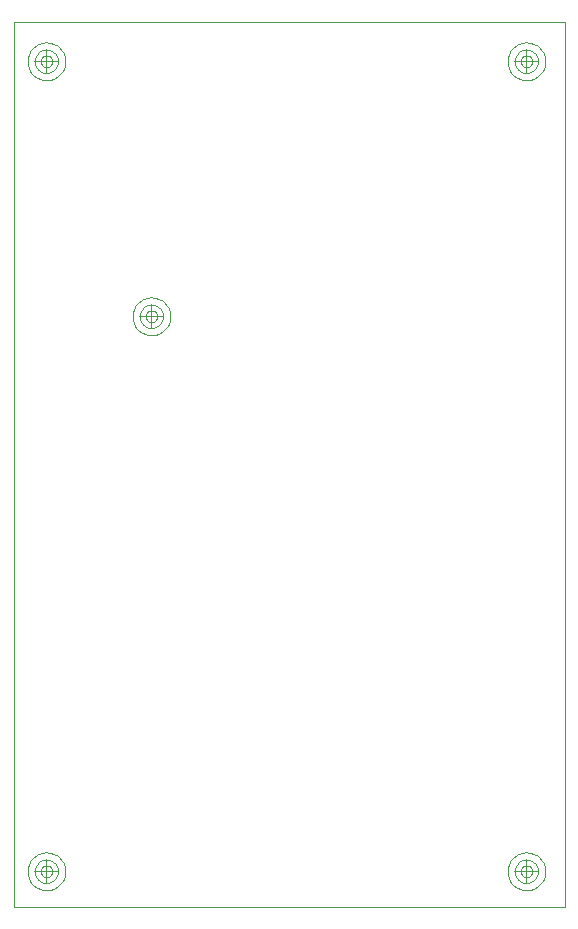
<source format=gko>
G75*
%MOIN*%
%OFA0B0*%
%FSLAX24Y24*%
%IPPOS*%
%LPD*%
%AMOC8*
5,1,8,0,0,1.08239X$1,22.5*
%
%ADD10C,0.0000*%
%ADD11C,0.0010*%
D10*
X000481Y000150D02*
X000481Y029646D01*
X018851Y029646D01*
X018851Y000150D01*
X000481Y000150D01*
X000941Y001335D02*
X000943Y001385D01*
X000949Y001435D01*
X000959Y001484D01*
X000973Y001532D01*
X000990Y001579D01*
X001011Y001624D01*
X001036Y001668D01*
X001064Y001709D01*
X001096Y001748D01*
X001130Y001785D01*
X001167Y001819D01*
X001207Y001849D01*
X001249Y001876D01*
X001293Y001900D01*
X001339Y001921D01*
X001386Y001937D01*
X001434Y001950D01*
X001484Y001959D01*
X001533Y001964D01*
X001584Y001965D01*
X001634Y001962D01*
X001683Y001955D01*
X001732Y001944D01*
X001780Y001929D01*
X001826Y001911D01*
X001871Y001889D01*
X001914Y001863D01*
X001955Y001834D01*
X001994Y001802D01*
X002030Y001767D01*
X002062Y001729D01*
X002092Y001689D01*
X002119Y001646D01*
X002142Y001602D01*
X002161Y001556D01*
X002177Y001508D01*
X002189Y001459D01*
X002197Y001410D01*
X002201Y001360D01*
X002201Y001310D01*
X002197Y001260D01*
X002189Y001211D01*
X002177Y001162D01*
X002161Y001114D01*
X002142Y001068D01*
X002119Y001024D01*
X002092Y000981D01*
X002062Y000941D01*
X002030Y000903D01*
X001994Y000868D01*
X001955Y000836D01*
X001914Y000807D01*
X001871Y000781D01*
X001826Y000759D01*
X001780Y000741D01*
X001732Y000726D01*
X001683Y000715D01*
X001634Y000708D01*
X001584Y000705D01*
X001533Y000706D01*
X001484Y000711D01*
X001434Y000720D01*
X001386Y000733D01*
X001339Y000749D01*
X001293Y000770D01*
X001249Y000794D01*
X001207Y000821D01*
X001167Y000851D01*
X001130Y000885D01*
X001096Y000922D01*
X001064Y000961D01*
X001036Y001002D01*
X001011Y001046D01*
X000990Y001091D01*
X000973Y001138D01*
X000959Y001186D01*
X000949Y001235D01*
X000943Y001285D01*
X000941Y001335D01*
X004441Y019835D02*
X004443Y019885D01*
X004449Y019935D01*
X004459Y019984D01*
X004473Y020032D01*
X004490Y020079D01*
X004511Y020124D01*
X004536Y020168D01*
X004564Y020209D01*
X004596Y020248D01*
X004630Y020285D01*
X004667Y020319D01*
X004707Y020349D01*
X004749Y020376D01*
X004793Y020400D01*
X004839Y020421D01*
X004886Y020437D01*
X004934Y020450D01*
X004984Y020459D01*
X005033Y020464D01*
X005084Y020465D01*
X005134Y020462D01*
X005183Y020455D01*
X005232Y020444D01*
X005280Y020429D01*
X005326Y020411D01*
X005371Y020389D01*
X005414Y020363D01*
X005455Y020334D01*
X005494Y020302D01*
X005530Y020267D01*
X005562Y020229D01*
X005592Y020189D01*
X005619Y020146D01*
X005642Y020102D01*
X005661Y020056D01*
X005677Y020008D01*
X005689Y019959D01*
X005697Y019910D01*
X005701Y019860D01*
X005701Y019810D01*
X005697Y019760D01*
X005689Y019711D01*
X005677Y019662D01*
X005661Y019614D01*
X005642Y019568D01*
X005619Y019524D01*
X005592Y019481D01*
X005562Y019441D01*
X005530Y019403D01*
X005494Y019368D01*
X005455Y019336D01*
X005414Y019307D01*
X005371Y019281D01*
X005326Y019259D01*
X005280Y019241D01*
X005232Y019226D01*
X005183Y019215D01*
X005134Y019208D01*
X005084Y019205D01*
X005033Y019206D01*
X004984Y019211D01*
X004934Y019220D01*
X004886Y019233D01*
X004839Y019249D01*
X004793Y019270D01*
X004749Y019294D01*
X004707Y019321D01*
X004667Y019351D01*
X004630Y019385D01*
X004596Y019422D01*
X004564Y019461D01*
X004536Y019502D01*
X004511Y019546D01*
X004490Y019591D01*
X004473Y019638D01*
X004459Y019686D01*
X004449Y019735D01*
X004443Y019785D01*
X004441Y019835D01*
X000941Y028335D02*
X000943Y028385D01*
X000949Y028435D01*
X000959Y028484D01*
X000973Y028532D01*
X000990Y028579D01*
X001011Y028624D01*
X001036Y028668D01*
X001064Y028709D01*
X001096Y028748D01*
X001130Y028785D01*
X001167Y028819D01*
X001207Y028849D01*
X001249Y028876D01*
X001293Y028900D01*
X001339Y028921D01*
X001386Y028937D01*
X001434Y028950D01*
X001484Y028959D01*
X001533Y028964D01*
X001584Y028965D01*
X001634Y028962D01*
X001683Y028955D01*
X001732Y028944D01*
X001780Y028929D01*
X001826Y028911D01*
X001871Y028889D01*
X001914Y028863D01*
X001955Y028834D01*
X001994Y028802D01*
X002030Y028767D01*
X002062Y028729D01*
X002092Y028689D01*
X002119Y028646D01*
X002142Y028602D01*
X002161Y028556D01*
X002177Y028508D01*
X002189Y028459D01*
X002197Y028410D01*
X002201Y028360D01*
X002201Y028310D01*
X002197Y028260D01*
X002189Y028211D01*
X002177Y028162D01*
X002161Y028114D01*
X002142Y028068D01*
X002119Y028024D01*
X002092Y027981D01*
X002062Y027941D01*
X002030Y027903D01*
X001994Y027868D01*
X001955Y027836D01*
X001914Y027807D01*
X001871Y027781D01*
X001826Y027759D01*
X001780Y027741D01*
X001732Y027726D01*
X001683Y027715D01*
X001634Y027708D01*
X001584Y027705D01*
X001533Y027706D01*
X001484Y027711D01*
X001434Y027720D01*
X001386Y027733D01*
X001339Y027749D01*
X001293Y027770D01*
X001249Y027794D01*
X001207Y027821D01*
X001167Y027851D01*
X001130Y027885D01*
X001096Y027922D01*
X001064Y027961D01*
X001036Y028002D01*
X001011Y028046D01*
X000990Y028091D01*
X000973Y028138D01*
X000959Y028186D01*
X000949Y028235D01*
X000943Y028285D01*
X000941Y028335D01*
X016941Y028335D02*
X016943Y028385D01*
X016949Y028435D01*
X016959Y028484D01*
X016973Y028532D01*
X016990Y028579D01*
X017011Y028624D01*
X017036Y028668D01*
X017064Y028709D01*
X017096Y028748D01*
X017130Y028785D01*
X017167Y028819D01*
X017207Y028849D01*
X017249Y028876D01*
X017293Y028900D01*
X017339Y028921D01*
X017386Y028937D01*
X017434Y028950D01*
X017484Y028959D01*
X017533Y028964D01*
X017584Y028965D01*
X017634Y028962D01*
X017683Y028955D01*
X017732Y028944D01*
X017780Y028929D01*
X017826Y028911D01*
X017871Y028889D01*
X017914Y028863D01*
X017955Y028834D01*
X017994Y028802D01*
X018030Y028767D01*
X018062Y028729D01*
X018092Y028689D01*
X018119Y028646D01*
X018142Y028602D01*
X018161Y028556D01*
X018177Y028508D01*
X018189Y028459D01*
X018197Y028410D01*
X018201Y028360D01*
X018201Y028310D01*
X018197Y028260D01*
X018189Y028211D01*
X018177Y028162D01*
X018161Y028114D01*
X018142Y028068D01*
X018119Y028024D01*
X018092Y027981D01*
X018062Y027941D01*
X018030Y027903D01*
X017994Y027868D01*
X017955Y027836D01*
X017914Y027807D01*
X017871Y027781D01*
X017826Y027759D01*
X017780Y027741D01*
X017732Y027726D01*
X017683Y027715D01*
X017634Y027708D01*
X017584Y027705D01*
X017533Y027706D01*
X017484Y027711D01*
X017434Y027720D01*
X017386Y027733D01*
X017339Y027749D01*
X017293Y027770D01*
X017249Y027794D01*
X017207Y027821D01*
X017167Y027851D01*
X017130Y027885D01*
X017096Y027922D01*
X017064Y027961D01*
X017036Y028002D01*
X017011Y028046D01*
X016990Y028091D01*
X016973Y028138D01*
X016959Y028186D01*
X016949Y028235D01*
X016943Y028285D01*
X016941Y028335D01*
X016941Y001335D02*
X016943Y001385D01*
X016949Y001435D01*
X016959Y001484D01*
X016973Y001532D01*
X016990Y001579D01*
X017011Y001624D01*
X017036Y001668D01*
X017064Y001709D01*
X017096Y001748D01*
X017130Y001785D01*
X017167Y001819D01*
X017207Y001849D01*
X017249Y001876D01*
X017293Y001900D01*
X017339Y001921D01*
X017386Y001937D01*
X017434Y001950D01*
X017484Y001959D01*
X017533Y001964D01*
X017584Y001965D01*
X017634Y001962D01*
X017683Y001955D01*
X017732Y001944D01*
X017780Y001929D01*
X017826Y001911D01*
X017871Y001889D01*
X017914Y001863D01*
X017955Y001834D01*
X017994Y001802D01*
X018030Y001767D01*
X018062Y001729D01*
X018092Y001689D01*
X018119Y001646D01*
X018142Y001602D01*
X018161Y001556D01*
X018177Y001508D01*
X018189Y001459D01*
X018197Y001410D01*
X018201Y001360D01*
X018201Y001310D01*
X018197Y001260D01*
X018189Y001211D01*
X018177Y001162D01*
X018161Y001114D01*
X018142Y001068D01*
X018119Y001024D01*
X018092Y000981D01*
X018062Y000941D01*
X018030Y000903D01*
X017994Y000868D01*
X017955Y000836D01*
X017914Y000807D01*
X017871Y000781D01*
X017826Y000759D01*
X017780Y000741D01*
X017732Y000726D01*
X017683Y000715D01*
X017634Y000708D01*
X017584Y000705D01*
X017533Y000706D01*
X017484Y000711D01*
X017434Y000720D01*
X017386Y000733D01*
X017339Y000749D01*
X017293Y000770D01*
X017249Y000794D01*
X017207Y000821D01*
X017167Y000851D01*
X017130Y000885D01*
X017096Y000922D01*
X017064Y000961D01*
X017036Y001002D01*
X017011Y001046D01*
X016990Y001091D01*
X016973Y001138D01*
X016959Y001186D01*
X016949Y001235D01*
X016943Y001285D01*
X016941Y001335D01*
D11*
X017171Y001335D02*
X017971Y001335D01*
X017571Y000935D02*
X017571Y001735D01*
X017181Y001335D02*
X017183Y001374D01*
X017189Y001412D01*
X017198Y001450D01*
X017212Y001486D01*
X017228Y001522D01*
X017249Y001555D01*
X017272Y001586D01*
X017299Y001614D01*
X017328Y001640D01*
X017359Y001663D01*
X017393Y001682D01*
X017429Y001698D01*
X017465Y001710D01*
X017503Y001719D01*
X017542Y001724D01*
X017581Y001725D01*
X017619Y001722D01*
X017658Y001715D01*
X017695Y001705D01*
X017731Y001690D01*
X017766Y001673D01*
X017799Y001652D01*
X017829Y001627D01*
X017857Y001600D01*
X017882Y001570D01*
X017904Y001538D01*
X017922Y001504D01*
X017937Y001468D01*
X017949Y001431D01*
X017957Y001393D01*
X017961Y001354D01*
X017961Y001316D01*
X017957Y001277D01*
X017949Y001239D01*
X017937Y001202D01*
X017922Y001166D01*
X017904Y001132D01*
X017882Y001100D01*
X017857Y001070D01*
X017829Y001043D01*
X017799Y001018D01*
X017766Y000997D01*
X017731Y000980D01*
X017695Y000965D01*
X017658Y000955D01*
X017619Y000948D01*
X017581Y000945D01*
X017542Y000946D01*
X017503Y000951D01*
X017465Y000960D01*
X017429Y000972D01*
X017393Y000988D01*
X017359Y001007D01*
X017328Y001030D01*
X017299Y001056D01*
X017272Y001084D01*
X017249Y001115D01*
X017228Y001148D01*
X017212Y001184D01*
X017198Y001220D01*
X017189Y001258D01*
X017183Y001296D01*
X017181Y001335D01*
X017376Y001335D02*
X017378Y001363D01*
X017384Y001390D01*
X017394Y001416D01*
X017407Y001440D01*
X017424Y001463D01*
X017443Y001482D01*
X017466Y001499D01*
X017490Y001512D01*
X017516Y001522D01*
X017543Y001528D01*
X017571Y001530D01*
X017599Y001528D01*
X017626Y001522D01*
X017652Y001512D01*
X017676Y001499D01*
X017699Y001482D01*
X017718Y001463D01*
X017735Y001440D01*
X017748Y001416D01*
X017758Y001390D01*
X017764Y001363D01*
X017766Y001335D01*
X017764Y001307D01*
X017758Y001280D01*
X017748Y001254D01*
X017735Y001230D01*
X017718Y001207D01*
X017699Y001188D01*
X017676Y001171D01*
X017652Y001158D01*
X017626Y001148D01*
X017599Y001142D01*
X017571Y001140D01*
X017543Y001142D01*
X017516Y001148D01*
X017490Y001158D01*
X017466Y001171D01*
X017443Y001188D01*
X017424Y001207D01*
X017407Y001230D01*
X017394Y001254D01*
X017384Y001280D01*
X017378Y001307D01*
X017376Y001335D01*
X005471Y019835D02*
X004671Y019835D01*
X005071Y019435D02*
X005071Y020235D01*
X004681Y019835D02*
X004683Y019874D01*
X004689Y019912D01*
X004698Y019950D01*
X004712Y019986D01*
X004728Y020022D01*
X004749Y020055D01*
X004772Y020086D01*
X004799Y020114D01*
X004828Y020140D01*
X004859Y020163D01*
X004893Y020182D01*
X004929Y020198D01*
X004965Y020210D01*
X005003Y020219D01*
X005042Y020224D01*
X005081Y020225D01*
X005119Y020222D01*
X005158Y020215D01*
X005195Y020205D01*
X005231Y020190D01*
X005266Y020173D01*
X005299Y020152D01*
X005329Y020127D01*
X005357Y020100D01*
X005382Y020070D01*
X005404Y020038D01*
X005422Y020004D01*
X005437Y019968D01*
X005449Y019931D01*
X005457Y019893D01*
X005461Y019854D01*
X005461Y019816D01*
X005457Y019777D01*
X005449Y019739D01*
X005437Y019702D01*
X005422Y019666D01*
X005404Y019632D01*
X005382Y019600D01*
X005357Y019570D01*
X005329Y019543D01*
X005299Y019518D01*
X005266Y019497D01*
X005231Y019480D01*
X005195Y019465D01*
X005158Y019455D01*
X005119Y019448D01*
X005081Y019445D01*
X005042Y019446D01*
X005003Y019451D01*
X004965Y019460D01*
X004929Y019472D01*
X004893Y019488D01*
X004859Y019507D01*
X004828Y019530D01*
X004799Y019556D01*
X004772Y019584D01*
X004749Y019615D01*
X004728Y019648D01*
X004712Y019684D01*
X004698Y019720D01*
X004689Y019758D01*
X004683Y019796D01*
X004681Y019835D01*
X004876Y019835D02*
X004878Y019863D01*
X004884Y019890D01*
X004894Y019916D01*
X004907Y019940D01*
X004924Y019963D01*
X004943Y019982D01*
X004966Y019999D01*
X004990Y020012D01*
X005016Y020022D01*
X005043Y020028D01*
X005071Y020030D01*
X005099Y020028D01*
X005126Y020022D01*
X005152Y020012D01*
X005176Y019999D01*
X005199Y019982D01*
X005218Y019963D01*
X005235Y019940D01*
X005248Y019916D01*
X005258Y019890D01*
X005264Y019863D01*
X005266Y019835D01*
X005264Y019807D01*
X005258Y019780D01*
X005248Y019754D01*
X005235Y019730D01*
X005218Y019707D01*
X005199Y019688D01*
X005176Y019671D01*
X005152Y019658D01*
X005126Y019648D01*
X005099Y019642D01*
X005071Y019640D01*
X005043Y019642D01*
X005016Y019648D01*
X004990Y019658D01*
X004966Y019671D01*
X004943Y019688D01*
X004924Y019707D01*
X004907Y019730D01*
X004894Y019754D01*
X004884Y019780D01*
X004878Y019807D01*
X004876Y019835D01*
X001971Y028335D02*
X001171Y028335D01*
X001571Y027935D02*
X001571Y028735D01*
X001181Y028335D02*
X001183Y028374D01*
X001189Y028412D01*
X001198Y028450D01*
X001212Y028486D01*
X001228Y028522D01*
X001249Y028555D01*
X001272Y028586D01*
X001299Y028614D01*
X001328Y028640D01*
X001359Y028663D01*
X001393Y028682D01*
X001429Y028698D01*
X001465Y028710D01*
X001503Y028719D01*
X001542Y028724D01*
X001581Y028725D01*
X001619Y028722D01*
X001658Y028715D01*
X001695Y028705D01*
X001731Y028690D01*
X001766Y028673D01*
X001799Y028652D01*
X001829Y028627D01*
X001857Y028600D01*
X001882Y028570D01*
X001904Y028538D01*
X001922Y028504D01*
X001937Y028468D01*
X001949Y028431D01*
X001957Y028393D01*
X001961Y028354D01*
X001961Y028316D01*
X001957Y028277D01*
X001949Y028239D01*
X001937Y028202D01*
X001922Y028166D01*
X001904Y028132D01*
X001882Y028100D01*
X001857Y028070D01*
X001829Y028043D01*
X001799Y028018D01*
X001766Y027997D01*
X001731Y027980D01*
X001695Y027965D01*
X001658Y027955D01*
X001619Y027948D01*
X001581Y027945D01*
X001542Y027946D01*
X001503Y027951D01*
X001465Y027960D01*
X001429Y027972D01*
X001393Y027988D01*
X001359Y028007D01*
X001328Y028030D01*
X001299Y028056D01*
X001272Y028084D01*
X001249Y028115D01*
X001228Y028148D01*
X001212Y028184D01*
X001198Y028220D01*
X001189Y028258D01*
X001183Y028296D01*
X001181Y028335D01*
X001376Y028335D02*
X001378Y028363D01*
X001384Y028390D01*
X001394Y028416D01*
X001407Y028440D01*
X001424Y028463D01*
X001443Y028482D01*
X001466Y028499D01*
X001490Y028512D01*
X001516Y028522D01*
X001543Y028528D01*
X001571Y028530D01*
X001599Y028528D01*
X001626Y028522D01*
X001652Y028512D01*
X001676Y028499D01*
X001699Y028482D01*
X001718Y028463D01*
X001735Y028440D01*
X001748Y028416D01*
X001758Y028390D01*
X001764Y028363D01*
X001766Y028335D01*
X001764Y028307D01*
X001758Y028280D01*
X001748Y028254D01*
X001735Y028230D01*
X001718Y028207D01*
X001699Y028188D01*
X001676Y028171D01*
X001652Y028158D01*
X001626Y028148D01*
X001599Y028142D01*
X001571Y028140D01*
X001543Y028142D01*
X001516Y028148D01*
X001490Y028158D01*
X001466Y028171D01*
X001443Y028188D01*
X001424Y028207D01*
X001407Y028230D01*
X001394Y028254D01*
X001384Y028280D01*
X001378Y028307D01*
X001376Y028335D01*
X017171Y028335D02*
X017971Y028335D01*
X017571Y027935D02*
X017571Y028735D01*
X017181Y028335D02*
X017183Y028374D01*
X017189Y028412D01*
X017198Y028450D01*
X017212Y028486D01*
X017228Y028522D01*
X017249Y028555D01*
X017272Y028586D01*
X017299Y028614D01*
X017328Y028640D01*
X017359Y028663D01*
X017393Y028682D01*
X017429Y028698D01*
X017465Y028710D01*
X017503Y028719D01*
X017542Y028724D01*
X017581Y028725D01*
X017619Y028722D01*
X017658Y028715D01*
X017695Y028705D01*
X017731Y028690D01*
X017766Y028673D01*
X017799Y028652D01*
X017829Y028627D01*
X017857Y028600D01*
X017882Y028570D01*
X017904Y028538D01*
X017922Y028504D01*
X017937Y028468D01*
X017949Y028431D01*
X017957Y028393D01*
X017961Y028354D01*
X017961Y028316D01*
X017957Y028277D01*
X017949Y028239D01*
X017937Y028202D01*
X017922Y028166D01*
X017904Y028132D01*
X017882Y028100D01*
X017857Y028070D01*
X017829Y028043D01*
X017799Y028018D01*
X017766Y027997D01*
X017731Y027980D01*
X017695Y027965D01*
X017658Y027955D01*
X017619Y027948D01*
X017581Y027945D01*
X017542Y027946D01*
X017503Y027951D01*
X017465Y027960D01*
X017429Y027972D01*
X017393Y027988D01*
X017359Y028007D01*
X017328Y028030D01*
X017299Y028056D01*
X017272Y028084D01*
X017249Y028115D01*
X017228Y028148D01*
X017212Y028184D01*
X017198Y028220D01*
X017189Y028258D01*
X017183Y028296D01*
X017181Y028335D01*
X017376Y028335D02*
X017378Y028363D01*
X017384Y028390D01*
X017394Y028416D01*
X017407Y028440D01*
X017424Y028463D01*
X017443Y028482D01*
X017466Y028499D01*
X017490Y028512D01*
X017516Y028522D01*
X017543Y028528D01*
X017571Y028530D01*
X017599Y028528D01*
X017626Y028522D01*
X017652Y028512D01*
X017676Y028499D01*
X017699Y028482D01*
X017718Y028463D01*
X017735Y028440D01*
X017748Y028416D01*
X017758Y028390D01*
X017764Y028363D01*
X017766Y028335D01*
X017764Y028307D01*
X017758Y028280D01*
X017748Y028254D01*
X017735Y028230D01*
X017718Y028207D01*
X017699Y028188D01*
X017676Y028171D01*
X017652Y028158D01*
X017626Y028148D01*
X017599Y028142D01*
X017571Y028140D01*
X017543Y028142D01*
X017516Y028148D01*
X017490Y028158D01*
X017466Y028171D01*
X017443Y028188D01*
X017424Y028207D01*
X017407Y028230D01*
X017394Y028254D01*
X017384Y028280D01*
X017378Y028307D01*
X017376Y028335D01*
X001971Y001335D02*
X001171Y001335D01*
X001571Y000935D02*
X001571Y001735D01*
X001181Y001335D02*
X001183Y001374D01*
X001189Y001412D01*
X001198Y001450D01*
X001212Y001486D01*
X001228Y001522D01*
X001249Y001555D01*
X001272Y001586D01*
X001299Y001614D01*
X001328Y001640D01*
X001359Y001663D01*
X001393Y001682D01*
X001429Y001698D01*
X001465Y001710D01*
X001503Y001719D01*
X001542Y001724D01*
X001581Y001725D01*
X001619Y001722D01*
X001658Y001715D01*
X001695Y001705D01*
X001731Y001690D01*
X001766Y001673D01*
X001799Y001652D01*
X001829Y001627D01*
X001857Y001600D01*
X001882Y001570D01*
X001904Y001538D01*
X001922Y001504D01*
X001937Y001468D01*
X001949Y001431D01*
X001957Y001393D01*
X001961Y001354D01*
X001961Y001316D01*
X001957Y001277D01*
X001949Y001239D01*
X001937Y001202D01*
X001922Y001166D01*
X001904Y001132D01*
X001882Y001100D01*
X001857Y001070D01*
X001829Y001043D01*
X001799Y001018D01*
X001766Y000997D01*
X001731Y000980D01*
X001695Y000965D01*
X001658Y000955D01*
X001619Y000948D01*
X001581Y000945D01*
X001542Y000946D01*
X001503Y000951D01*
X001465Y000960D01*
X001429Y000972D01*
X001393Y000988D01*
X001359Y001007D01*
X001328Y001030D01*
X001299Y001056D01*
X001272Y001084D01*
X001249Y001115D01*
X001228Y001148D01*
X001212Y001184D01*
X001198Y001220D01*
X001189Y001258D01*
X001183Y001296D01*
X001181Y001335D01*
X001376Y001335D02*
X001378Y001363D01*
X001384Y001390D01*
X001394Y001416D01*
X001407Y001440D01*
X001424Y001463D01*
X001443Y001482D01*
X001466Y001499D01*
X001490Y001512D01*
X001516Y001522D01*
X001543Y001528D01*
X001571Y001530D01*
X001599Y001528D01*
X001626Y001522D01*
X001652Y001512D01*
X001676Y001499D01*
X001699Y001482D01*
X001718Y001463D01*
X001735Y001440D01*
X001748Y001416D01*
X001758Y001390D01*
X001764Y001363D01*
X001766Y001335D01*
X001764Y001307D01*
X001758Y001280D01*
X001748Y001254D01*
X001735Y001230D01*
X001718Y001207D01*
X001699Y001188D01*
X001676Y001171D01*
X001652Y001158D01*
X001626Y001148D01*
X001599Y001142D01*
X001571Y001140D01*
X001543Y001142D01*
X001516Y001148D01*
X001490Y001158D01*
X001466Y001171D01*
X001443Y001188D01*
X001424Y001207D01*
X001407Y001230D01*
X001394Y001254D01*
X001384Y001280D01*
X001378Y001307D01*
X001376Y001335D01*
M02*

</source>
